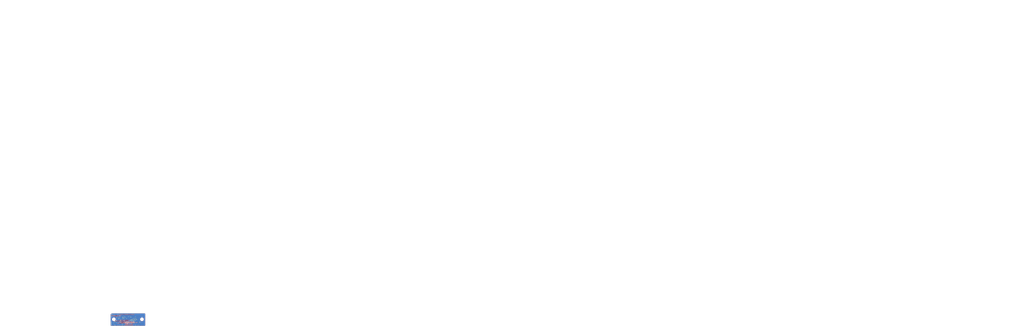
<source format=kicad_pcb>
(kicad_pcb (version 20240108) (generator "pcbnew") (generator_version "8.0")
  (title_block (title "HJCS01_HUB") (date "2024-05-14") (rev "V0.5") (company "Ovobot") (comment 1 "54x20x1.6mm 绿油白字，无铅喷锡"))
  (layers (0 "F.Cu" signal) (31 "B.Cu" signal) (34 "B.Paste" user) (35 "F.Paste" user) (36 "B.SilkS" user "B.Silkscreen") (37 "F.SilkS" user "F.Silkscreen") (38 "B.Mask" user) (39 "F.Mask" user) (44 "Edge.Cuts" user))
  (net 0 "")
  (net 1 "/RED")
  (net 2 "GND")
  (net 3 "/BLUE")
  (net 4 "/WATER_DET_N")
  (net 5 "/WATER_DET_P")
  (net 6 "/SPRAY_BACK")
  (net 7 "+5V")
  (net 8 "/SPEAKER_P")
  (net 9 "/SPEAKER_N")
  (net 10 "/SPRAY_FRONT")
  (net 11 "/START")
  (net 12 "/WATER_COM")
  (net 13 "/LED_RED")
  (net 14 "/LED_BLUE")
  (net 15 "Net-(Q1-B)")
  (net 16 "Net-(Q1-C)")
  (net 17 "Net-(Q2-B)")
  (net 18 "Net-(Q2-C)")
  (footprint "Connector_JST:JST_GH_BM03B-GHS-TBT_1x03-1MP_P1.25mm_Vertical" (layer "F.Cu") (at 135.903 100.476)
    (property "Reference" "J1" (at -2.57 2.433 0) (layer "F.SilkS") (effects (font (size 0.6 0.6))))
    (property "Value" "GH1.25MM/3ASMT")
    (fp_line (start -3.61 0.26) (end -3.61 1.86) (stroke (width 0.12)) (layer "F.SilkS"))
    (fp_line (start -3.61 1.86) (end -1.81 1.86) (stroke (width 0.12)) (layer "F.SilkS"))
    (fp_line (start -2.34 -2.61) (end 2.34 -2.61) (stroke (width 0.12)) (layer "F.SilkS"))
    (fp_line (start -1.81 1.86) (end -1.81 2.8) (stroke (width 0.12)) (layer "F.SilkS"))
    (fp_line (start 3.61 0.26) (end 3.61 1.86) (stroke (width 0.12)) (layer "F.SilkS"))
    (fp_line (start 3.61 1.86) (end 1.81 1.86) (stroke (width 0.12)) (layer "F.SilkS"))
    (pad "1" smd roundrect (at -1.25 1.95) (size 0.6 1.7) (layers "F.Cu" "F.Paste" "F.Mask") (net 11 "/START"))
    (pad "2" smd roundrect (at 0 1.95) (size 0.6 1.7) (layers "F.Cu" "F.Paste" "F.Mask") (net 11 "/START"))
    (pad "3" smd roundrect (at 1.25 1.95) (size 0.6 1.7) (layers "F.Cu" "F.Paste" "F.Mask") (net 2 "GND"))
    (pad "MP" smd roundrect (at -3.1 -1.4) (size 1 2.8) (layers "F.Cu" "F.Paste" "F.Mask") (net 2 "GND"))
    (pad "MP" smd roundrect (at 3.1 -1.4) (size 1 2.8) (layers "F.Cu" "F.Paste" "F.Mask") (net 2 "GND"))
  )
  (footprint "Resistor_SMD:R_0603_1608Metric" (layer "F.Cu") (at 123.693 106.126 -90)
    (property "Reference" "R8" (at -1.875 0.057 180) (layer "F.SilkS") (effects (font (size 0.6 0.6))))
    (property "Value" "10K/1%")
    (fp_line (start -0.237258 0.5225) (end 0.237258 0.5225) (stroke (width 0.12)) (layer "F.SilkS"))
    (fp_line (start -0.237258 -0.5225) (end 0.237258 -0.5225) (stroke (width 0.12)) (layer "F.SilkS"))
    (pad "1" smd roundrect (at -0.825 0 270) (size 0.8 0.95) (layers "F.Cu" "F.Paste" "F.Mask") (net 17 "Net-(Q2-B)"))
    (pad "2" smd roundrect (at 0.825 0 270) (size 0.8 0.95) (layers "F.Cu" "F.Paste" "F.Mask") (net 2 "GND"))
  )
  (footprint "Connector_JST:JST_GH_BM02B-GHS-TBT_1x02-1MP_P1.25mm_Vertical" (layer "F.Cu") (at 154.049 112.51 180)
    (property "Reference" "J3" (at -2.343 2.41 180) (layer "F.SilkS") (effects (font (size 0.6 0.6))))
    (property "Value" "GH1.25MM/2ASMT")
    (fp_line (start 2.985 1.86) (end 1.185 1.86) (stroke (width 0.12)) (layer "F.SilkS"))
    (fp_line (start 2.985 0.26) (end 2.985 1.86) (stroke (width 0.12)) (layer "F.SilkS"))
    (fp_line (start -1.185 1.86) (end -1.185 2.8) (stroke (width 0.12)) (layer "F.SilkS"))
    (fp_line (start -1.715 -2.61) (end 1.715 -2.61) (stroke (width 0.12)) (layer "F.SilkS"))
    (fp_line (start -2.985 1.86) (end -1.185 1.86) (stroke (width 0.12)) (layer "F.SilkS"))
    (fp_line (start -2.985 0.26) (end -2.985 1.86) (stroke (width 0.12)) (layer "F.SilkS"))
    (pad "1" smd roundrect (at -0.625 1.95 180) (size 0.6 1.7) (layers "F.Cu" "F.Paste" "F.Mask") (net 9 "/SPEAKER_N"))
    (pad "2" smd roundrect (at 0.625 1.95 180) (size 0.6 1.7) (layers "F.Cu" "F.Paste" "F.Mask") (net 8 "/SPEAKER_P"))
    (pad "MP" smd roundrect (at -2.475 -1.4 180) (size 1 2.8) (layers "F.Cu" "F.Paste" "F.Mask") (net 2 "GND"))
    (pad "MP" smd roundrect (at 2.475 -1.4 180) (size 1 2.8) (layers "F.Cu" "F.Paste" "F.Mask") (net 2 "GND"))
  )
  (footprint "Resistor_SMD:R_1206_3216Metric" (layer "F.Cu") (at 116.2915 111.002)
    (property "Reference" "R3" (at 1.7875 3.926 0) (layer "F.SilkS") (effects (font (size 0.6 0.6))))
    (property "Value" "120R/250mW")
    (fp_line (start -0.727064 -0.91) (end 0.727064 -0.91) (stroke (width 0.12)) (layer "F.SilkS"))
    (fp_line (start -0.727064 0.91) (end 0.727064 0.91) (stroke (width 0.12)) (layer "F.SilkS"))
    (pad "1" smd roundrect (at -1.4625 0) (size 1.125 1.75) (layers "F.Cu" "F.Paste" "F.Mask") (roundrect_rratio 0.222222) (net 3 "/BLUE"))
    (pad "2" smd roundrect (at 1.4625 0) (size 1.125 1.75) (layers "F.Cu" "F.Paste" "F.Mask") (roundrect_rratio 0.222222) (net 16 "Net-(Q1-C)"))
  )
  (footprint "Package_TO_SOT_SMD:SOT-23" (layer "F.Cu") (at 121.221 106.566 -90)
    (property "Reference" "Q2" (at 1.197 1.013 90) (layer "F.SilkS") (effects (font (size 0.6 0.6))))
    (property "Value" "SS8050")
    (fp_line (start 0 1.56) (end -0.65 1.56) (stroke (width 0.12)) (layer "F.SilkS"))
    (fp_line (start 0 1.56) (end 0.65 1.56) (stroke (width 0.12)) (layer "F.SilkS"))
    (fp_line (start 0 -1.56) (end -1.675 -1.56) (stroke (width 0.12)) (layer "F.SilkS"))
    (fp_line (start 0 -1.56) (end 0.65 -1.56) (stroke (width 0.12)) (layer "F.SilkS"))
    (pad "1" smd roundrect (at -0.9375 -0.95 270) (size 1.475 0.6) (layers "F.Cu" "F.Paste" "F.Mask") (net 17 "Net-(Q2-B)"))
    (pad "2" smd roundrect (at -0.9375 0.95 270) (size 1.475 0.6) (layers "F.Cu" "F.Paste" "F.Mask") (net 2 "GND"))
    (pad "3" smd roundrect (at 0.9375 0 270) (size 1.475 0.6) (layers "F.Cu" "F.Paste" "F.Mask") (net 18 "Net-(Q2-C)"))
  )
  (footprint "Connector_JST:JST_GH_BM04B-GHS-TBT_1x04-1MP_P1.25mm_Vertical" (layer "F.Cu") (at 123.836666 112.51 180)
    (property "Reference" "J2" (at -3.415334 2.41 180) (layer "F.SilkS") (effects (font (size 0.6 0.6))))
    (property "Value" "GH1.25MM/4ASMT")
    (fp_line (start 4.235 1.86) (end 2.435 1.86) (stroke (width 0.12)) (layer "F.SilkS"))
    (fp_line (start 4.235 0.26) (end 4.235 1.86) (stroke (width 0.12)) (layer "F.SilkS"))
    (fp_line (start -2.435 1.86) (end -2.435 2.8) (stroke (width 0.12)) (layer "F.SilkS"))
    (fp_line (start -2.965 -2.61) (end 2.965 -2.61) (stroke (width 0.12)) (layer "F.SilkS"))
    (fp_line (start -4.235 1.86) (end -2.435 1.86) (stroke (width 0.12)) (layer "F.SilkS"))
    (fp_line (start -4.235 0.26) (end -4.235 1.86) (stroke (width 0.12)) (layer "F.SilkS"))
    (pad "1" smd roundrect (at -1.875 1.95 180) (size 0.6 1.7) (layers "F.Cu" "F.Paste" "F.Mask") (net 12 "/WATER_COM"))
    (pad "2" smd roundrect (at -0.625 1.95 180) (size 0.6 1.7) (layers "F.Cu" "F.Paste" "F.Mask") (net 5 "/WATER_DET_P"))
    (pad "3" smd roundrect (at 0.625 1.95 180) (size 0.6 1.7) (layers "F.Cu" "F.Paste" "F.Mask") (net 6 "/SPRAY_BACK"))
    (pad "4" smd roundrect (at 1.875 1.95 180) (size 0.6 1.7) (layers "F.Cu" "F.Paste" "F.Mask") (net 7 "+5V"))
    (pad "MP" smd roundrect (at -3.725 -1.4 180) (size 1 2.8) (layers "F.Cu" "F.Paste" "F.Mask") (net 2 "GND"))
    (pad "MP" smd roundrect (at 3.725 -1.4 180) (size 1 2.8) (layers "F.Cu" "F.Paste" "F.Mask") (net 2 "GND"))
  )
  (footprint "Resistor_SMD:R_1206_3216Metric" (layer "F.Cu") (at 116.2915 113.317)
    (property "Reference" "R6" (at 1.7615 -3.885 0) (layer "F.SilkS") (effects (font (size 0.6 0.6))))
    (property "Value" "120R/250mW")
    (fp_line (start -0.727064 -0.91) (end 0.727064 -0.91) (stroke (width 0.12)) (layer "F.SilkS"))
    (fp_line (start -0.727064 0.91) (end 0.727064 0.91) (stroke (width 0.12)) (layer "F.SilkS"))
    (pad "1" smd roundrect (at -1.4625 0) (size 1.125 1.75) (layers "F.Cu" "F.Paste" "F.Mask") (roundrect_rratio 0.222222) (net 3 "/BLUE"))
    (pad "2" smd roundrect (at 1.4625 0) (size 1.125 1.75) (layers "F.Cu" "F.Paste" "F.Mask") (roundrect_rratio 0.222222) (net 16 "Net-(Q1-C)"))
  )
  (footprint "Resistor_SMD:R_0603_1608Metric" (layer "F.Cu") (at 130.216 106.14 -90)
    (property "Reference" "R2" (at -1.942 0.076 180) (layer "F.SilkS") (effects (font (size 0.6 0.6))))
    (property "Value" "10K/1%")
    (fp_line (start -0.237258 0.5225) (end 0.237258 0.5225) (stroke (width 0.12)) (layer "F.SilkS"))
    (fp_line (start -0.237258 -0.5225) (end 0.237258 -0.5225) (stroke (width 0.12)) (layer "F.SilkS"))
    (pad "1" smd roundrect (at -0.825 0 270) (size 0.8 0.95) (layers "F.Cu" "F.Paste" "F.Mask") (net 15 "Net-(Q1-B)"))
    (pad "2" smd roundrect (at 0.825 0 270) (size 0.8 0.95) (layers "F.Cu" "F.Paste" "F.Mask") (net 2 "GND"))
  )
  (footprint "Connector_JST:JST_GH_BM04B-GHS-TBT_1x04-1MP_P1.25mm_Vertical" (layer "F.Cu") (at 145.914 100.476)
    (property "Reference" "J4" (at -3.359 2.449 0) (layer "F.SilkS") (effects (font (size 0.6 0.6))))
    (property "Value" "GH1.25MM/4ASMT")
    (fp_line (start -4.235 0.26) (end -4.235 1.86) (stroke (width 0.12)) (layer "F.SilkS"))
    (fp_line (start -4.235 1.86) (end -2.435 1.86) (stroke (width 0.12)) (layer "F.SilkS"))
    (fp_line (start -2.965 -2.61) (end 2.965 -2.61) (stroke (width 0.12)) (layer "F.SilkS"))
    (fp_line (start -2.435 1.86) (end -2.435 2.8) (stroke (width 0.12)) (layer "F.SilkS"))
    (fp_line (start 4.235 0.26) (end 4.235 1.86) (stroke (width 0.12)) (layer "F.SilkS"))
    (fp_line (start 4.235 1.86) (end 2.435 1.86) (stroke (width 0.12)) (layer "F.SilkS"))
    (pad "1" smd roundrect (at -1.875 1.95) (size 0.6 1.7) (layers "F.Cu" "F.Paste" "F.Mask") (net 12 "/WATER_COM"))
    (pad "2" smd roundrect (at -0.625 1.95) (size 0.6 1.7) (layers "F.Cu" "F.Paste" "F.Mask") (net 4 "/WATER_DET_N"))
    (pad "3" smd roundrect (at 0.625 1.95) (size 0.6 1.7) (layers "F.Cu" "F.Paste" "F.Mask") (net 10 "/SPRAY_FRONT"))
    (pad "4" smd roundrect (at 1.875 1.95) (size 0.6 1.7) (layers "F.Cu" "F.Paste" "F.Mask") (net 7 "+5V"))
    (pad "MP" smd roundrect (at -3.725 -1.4) (size 1 2.8) (layers "F.Cu" "F.Paste" "F.Mask") (net 2 "GND"))
    (pad "MP" smd roundrect (at 3.725 -1.4) (size 1 2.8) (layers "F.Cu" "F.Paste" "F.Mask") (net 2 "GND"))
  )
  (footprint "Connector_JST:JST_GH_BM11B-GHS-TBT_1x11-1MP_P1.25mm_Vertical" (layer "F.Cu") (at 139.124165 112.51 180)
    (property "Reference" "J5" (at -7.675835 2.41 0) (layer "F.SilkS") (effects (font (size 0.6 0.6))))
    (property "Value" "GH1.25MM/11ASMT")
    (fp_line (start 8.61 1.86) (end 6.81 1.86) (stroke (width 0.12)) (layer "F.SilkS"))
    (fp_line (start 8.61 0.26) (end 8.61 1.86) (stroke (width 0.12)) (layer "F.SilkS"))
    (fp_line (start -6.81 1.86) (end -6.81 2.8) (stroke (width 0.12)) (layer "F.SilkS"))
    (fp_line (start -7.34 -2.61) (end 7.34 -2.61) (stroke (width 0.12)) (layer "F.SilkS"))
    (fp_line (start -8.61 1.86) (end -6.81 1.86) (stroke (width 0.12)) (layer "F.SilkS"))
    (fp_line (start -8.61 0.26) (end -8.61 1.86) (stroke (width 0.12)) (layer "F.SilkS"))
    (pad "1" smd roundrect (at -6.25 1.95 180) (size 0.6 1.7) (layers "F.Cu" "F.Paste" "F.Mask") (net 8 "/SPEAKER_P"))
    (pad "2" smd roundrect (at -5 1.95 180) (size 0.6 1.7) (layers "F.Cu" "F.Paste" "F.Mask") (net 9 "/SPEAKER_N"))
    (pad "3" smd roundrect (at -3.75 1.95 180) (size 0.6 1.7) (layers "F.Cu" "F.Paste" "F.Mask") (net 11 "/START"))
    (pad "4" smd roundrect (at -2.5 1.95 180) (size 0.6 1.7) (layers "F.Cu" "F.Paste" "F.Mask") (net 2 "GND"))
    (pad "5" smd roundrect (at -1.25 1.95 180) (size 0.6 1.7) (layers "F.Cu" "F.Paste" "F.Mask") (net 13 "/LED_RED"))
    (pad "6" smd roundrect (at 0 1.95 180) (size 0.6 1.7) (layers "F.Cu" "F.Paste" "F.Mask") (net 14 "/LED_BLUE"))
    (pad "7" smd roundrect (at 1.25 1.95 180) (size 0.6 1.7) (layers "F.Cu" "F.Paste" "F.Mask") (net 4 "/WATER_DET_N"))
    (pad "8" smd roundrect (at 2.5 1.95 180) (size 0.6 1.7) (layers "F.Cu" "F.Paste" "F.Mask") (net 5 "/WATER_DET_P"))
    (pad "9" smd roundrect (at 3.75 1.95 180) (size 0.6 1.7) (layers "F.Cu" "F.Paste" "F.Mask") (net 6 "/SPRAY_BACK"))
    (pad "10" smd roundrect (at 5 1.95 180) (size 0.6 1.7) (layers "F.Cu" "F.Paste" "F.Mask") (net 10 "/SPRAY_FRONT"))
    (pad "11" smd roundrect (at 6.25 1.95 180) (size 0.6 1.7) (layers "F.Cu" "F.Paste" "F.Mask") (net 7 "+5V"))
    (pad "MP" smd roundrect (at -8.1 -1.4 180) (size 1 2.8) (layers "F.Cu" "F.Paste" "F.Mask") (net 2 "GND"))
    (pad "MP" smd roundrect (at 8.1 -1.4 180) (size 1 2.8) (layers "F.Cu" "F.Paste" "F.Mask") (net 2 "GND"))
  )
  (footprint "Resistor_SMD:R_1206_3216Metric" (layer "F.Cu") (at 116.296 98.278)
    (property "Reference" "R9" (at -2.959 0.013 0) (layer "F.SilkS") (effects (font (size 0.6 0.6))))
    (property "Value" "120R/250mW")
    (fp_line (start -0.727064 -0.91) (end 0.727064 -0.91) (stroke (width 0.12)) (layer "F.SilkS"))
    (fp_line (start -0.727064 0.91) (end 0.727064 0.91) (stroke (width 0.12)) (layer "F.SilkS"))
    (pad "1" smd roundrect (at -1.4625 0) (size 1.125 1.75) (layers "F.Cu" "F.Paste" "F.Mask") (roundrect_rratio 0.222222) (net 1 "/RED"))
    (pad "2" smd roundrect (at 1.4625 0) (size 1.125 1.75) (layers "F.Cu" "F.Paste" "F.Mask") (roundrect_rratio 0.222222) (net 18 "Net-(Q2-C)"))
  )
  (footprint "Package_TO_SOT_SMD:SOT-23" (layer "F.Cu") (at 127.731 106.5695 -90)
    (property "Reference" "Q1" (at 1.1935 1.089 -90) (layer "F.SilkS") (effects (font (size 0.6 0.6))))
    (property "Value" "SS8050")
    (fp_line (start 0 1.56) (end -0.65 1.56) (stroke (width 0.12)) (layer "F.SilkS"))
    (fp_line (start 0 1.56) (end 0.65 1.56) (stroke (width 0.12)) (layer "F.SilkS"))
    (fp_line (start 0 -1.56) (end -1.675 -1.56) (stroke (width 0.12)) (layer "F.SilkS"))
    (fp_line (start 0 -1.56) (end 0.65 -1.56) (stroke (width 0.12)) (layer "F.SilkS"))
    (pad "1" smd roundrect (at -0.9375 -0.95 270) (size 1.475 0.6) (layers "F.Cu" "F.Paste" "F.Mask") (net 15 "Net-(Q1-B)"))
    (pad "2" smd roundrect (at -0.9375 0.95 270) (size 1.475 0.6) (layers "F.Cu" "F.Paste" "F.Mask") (net 2 "GND"))
    (pad "3" smd roundrect (at 0.9375 0 270) (size 1.475 0.6) (layers "F.Cu" "F.Paste" "F.Mask") (net 16 "Net-(Q1-C)"))
  )
  (footprint "Resistor_SMD:R_1206_3216Metric" (layer "F.Cu") (at 116.296 100.603)
    (property "Reference" "R10" (at -3.222 0.265 0) (layer "F.SilkS") (effects (font (size 0.6 0.6))))
    (property "Value" "120R/250mW")
    (fp_line (start -0.727064 -0.91) (end 0.727064 -0.91) (stroke (width 0.12)) (layer "F.SilkS"))
    (fp_line (start -0.727064 0.91) (end 0.727064 0.91) (stroke (width 0.12)) (layer "F.SilkS"))
    (pad "1" smd roundrect (at -1.4625 0) (size 1.125 1.75) (layers "F.Cu" "F.Paste" "F.Mask") (roundrect_rratio 0.222222) (net 1 "/RED"))
    (pad "2" smd roundrect (at 1.4625 0) (size 1.125 1.75) (layers "F.Cu" "F.Paste" "F.Mask") (roundrect_rratio 0.222222) (net 18 "Net-(Q2-C)"))
  )
  (footprint "Connector_JST:JST_GH_BM06B-GHS-TBT_1x06-1MP_P1.25mm_Vertical" (layer "F.Cu") (at 125.2974 100.4628)
    (property "Reference" "J7" (at -4.7998 2.585 0) (layer "F.SilkS") (effects (font (size 0.6 0.6))))
    (property "Value" "GH1.25MM/6ASMT")
    (fp_line (start -5.485 0.26) (end -5.485 1.86) (stroke (width 0.12)) (layer "F.SilkS"))
    (fp_line (start -5.485 1.86) (end -3.685 1.86) (stroke (width 0.12)) (layer "F.SilkS"))
    (fp_line (start -4.215 -2.61) (end 4.215 -2.61) (stroke (width 0.12)) (layer "F.SilkS"))
    (fp_line (start -3.685 1.86) (end -3.685 2.8) (stroke (width 0.12)) (layer "F.SilkS"))
    (fp_line (start 5.485 0.26) (end 5.485 1.86) (stroke (width 0.12)) (layer "F.SilkS"))
    (fp_line (start 5.485 1.86) (end 3.685 1.86) (stroke (width 0.12)) (layer "F.SilkS"))
    (pad "1" smd roundrect (at -3.125 1.95) (size 0.6 1.7) (layers "F.Cu" "F.Paste" "F.Mask") (net 3 "/BLUE"))
    (pad "2" smd roundrect (at -1.875 1.95) (size 0.6 1.7) (layers "F.Cu" "F.Paste" "F.Mask") (net 1 "/RED"))
    (pad "3" smd roundrect (at -0.625 1.95) (size 0.6 1.7) (layers "F.Cu" "F.Paste" "F.Mask") (net 7 "+5V"))
    (pad "4" smd roundrect (at 0.625 1.95) (size 0.6 1.7) (layers "F.Cu" "F.Paste" "F.Mask") (net 3 "/BLUE"))
    (pad "5" smd roundrect (at 1.875 1.95) (size 0.6 1.7) (layers "F.Cu" "F.Paste" "F.Mask") (net 1 "/RED"))
    (pad "6" smd roundrect (at 3.125 1.95) (size 0.6 1.7) (layers "F.Cu" "F.Paste" "F.Mask") (net 7 "+5V"))
    (pad "MP" smd roundrect (at -4.975 -1.4) (size 1 2.8) (layers "F.Cu" "F.Paste" "F.Mask") (net 2 "GND"))
    (pad "MP" smd roundrect (at 4.975 -1.4) (size 1 2.8) (layers "F.Cu" "F.Paste" "F.Mask") (net 2 "GND"))
  )
  (footprint "Resistor_SMD:R_0603_1608Metric" (layer "F.Cu") (at 125.228 106.126 90)
    (property "Reference" "R7" (at 1.91 0.039 180) (layer "F.SilkS") (effects (font (size 0.6 0.6))))
    (property "Value" "1K")
    (fp_line (start -0.237258 -0.5225) (end 0.237258 -0.5225) (stroke (width 0.12)) (layer "F.SilkS"))
    (fp_line (start -0.237258 0.5225) (end 0.237258 0.5225) (stroke (width 0.12)) (layer "F.SilkS"))
    (pad "1" smd roundrect (at -0.825 0 90) (size 0.8 0.95) (layers "F.Cu" "F.Paste" "F.Mask") (net 13 "/LED_RED"))
    (pad "2" smd roundrect (at 0.825 0 90) (size 0.8 0.95) (layers "F.Cu" "F.Paste" "F.Mask") (net 17 "Net-(Q2-B)"))
  )
  (footprint "Resistor_SMD:R_0603_1608Metric" (layer "F.Cu") (at 131.749 106.14 90)
    (property "Reference" "R1" (at 1.924 0.022 180) (layer "F.SilkS") (effects (font (size 0.6 0.6))))
    (property "Value" "1K")
    (fp_line (start -0.237258 -0.5225) (end 0.237258 -0.5225) (stroke (width 0.12)) (layer "F.SilkS"))
    (fp_line (start -0.237258 0.5225) (end 0.237258 0.5225) (stroke (width 0.12)) (layer "F.SilkS"))
    (pad "1" smd roundrect (at -0.825 0 90) (size 0.8 0.95) (layers "F.Cu" "F.Paste" "F.Mask") (net 14 "/LED_BLUE"))
    (pad "2" smd roundrect (at 0.825 0 90) (size 0.8 0.95) (layers "F.Cu" "F.Paste" "F.Mask") (net 15 "Net-(Q1-B)"))
  )
  (footprint "TestPoint:TestPoint_Pad_D1.0mm" (layer "B.Cu") (at 138.572 114.517 90)
    (property "Reference" "TP9" (at 3.547 0 90) (layer "B.SilkS") (effects (font (size 0.6 0.6)) (justify mirror)))
    (property "Value" "WATER1_DET_N")
    (fp_circle (center 0 0) (end 0 -0.7) (stroke (width 0.12)) (fill none) (layer "B.SilkS"))
    (pad "1" smd circle (at 0 0 90) (size 1 1) (layers "B.Cu" "B.Mask") (net 4 "/WATER_DET_N"))
  )
  (footprint "TestPoint:TestPoint_Pad_D1.0mm" (layer "B.Cu") (at 143.768 112.609 90)
    (property "Reference" "TP10" (at 2.262 -0.008 90) (layer "B.SilkS") (effects (font (size 0.6 0.6)) (justify mirror)))
    (property "Value" "SPEAKER_N")
    (fp_circle (center 0 0) (end 0 -0.7) (stroke (width 0.12)) (fill none) (layer "B.SilkS"))
    (pad "1" smd circle (at 0 0 90) (size 1 1) (layers "B.Cu" "B.Mask") (net 9 "/SPEAKER_N"))
  )
  (footprint "TestPoint:TestPoint_Pad_D1.0mm" (layer "B.Cu") (at 139.648 112.609 90)
    (property "Reference" "TP13" (at 2.262 0.014499 90) (layer "B.SilkS") (effects (font (size 0.6 0.6)) (justify mirror)))
    (property "Value" "GREEN")
    (fp_circle (center 0 0) (end 0 -0.7) (stroke (width 0.12)) (fill none) (layer "B.SilkS"))
    (pad "1" smd circle (at 0 0 90) (size 1 1) (layers "B.Cu" "B.Mask") (net 14 "/LED_BLUE"))
  )
  (footprint "TestPoint:TestPoint_Pad_D1.0mm" (layer "B.Cu") (at 140.643 114.517 90)
    (property "Reference" "TP5" (at 3.547 0.014499 90) (layer "B.SilkS") (effects (font (size 0.6 0.6)) (justify mirror)))
    (property "Value" "RED")
    (fp_circle (center 0 0) (end 0 -0.7) (stroke (width 0.12)) (fill none) (layer "B.SilkS"))
    (pad "1" smd circle (at 0 0 90) (size 1 1) (layers "B.Cu" "B.Mask") (net 13 "/LED_RED"))
  )
  (footprint "TestPoint:TestPoint_Pad_D1.0mm" (layer "B.Cu") (at 135.528 112.609 90)
    (property "Reference" "TP2" (at 1.976286 0.014499 90) (layer "B.SilkS") (effects (font (size 0.6 0.6)) (justify mirror)))
    (property "Value" "SPRAY_FRONT")
    (fp_circle (center 0 0) (end 0 -0.7) (stroke (width 0.12)) (fill none) (layer "B.SilkS"))
    (pad "1" smd circle (at 0 0 90) (size 1 1) (layers "B.Cu" "B.Mask") (net 10 "/SPRAY_FRONT"))
  )
  (footprint "TestPoint:TestPoint_Pad_D1.0mm" (layer "B.Cu") (at 137.588 112.609 90)
    (property "Reference" "TP7" (at 1.976286 0.014499 90) (layer "B.SilkS") (effects (font (size 0.6 0.6)) (justify mirror)))
    (property "Value" "WATER1_DET_P")
    (fp_circle (center 0 0) (end 0 -0.7) (stroke (width 0.12)) (fill none) (layer "B.SilkS"))
    (pad "1" smd circle (at 0 0 90) (size 1 1) (layers "B.Cu" "B.Mask") (net 5 "/WATER_DET_P"))
  )
  (footprint "TestPoint:TestPoint_Pad_D1.0mm" (layer "B.Cu") (at 136.501 114.517 90)
    (property "Reference" "TP4" (at 3.547 0 90) (layer "B.SilkS") (effects (font (size 0.6 0.6)) (justify mirror)))
    (property "Value" "SPRAY_BACK")
    (fp_circle (center 0 0) (end 0 -0.7) (stroke (width 0.12)) (fill none) (layer "B.SilkS"))
    (pad "1" smd circle (at 0 0 90) (size 1 1) (layers "B.Cu" "B.Mask") (net 6 "/SPRAY_BACK"))
  )
  (footprint "TestPoint:TestPoint_Pad_D1.0mm" (layer "B.Cu") (at 134.43 114.517 90)
    (property "Reference" "TP1" (at 3.547 0 90) (layer "B.SilkS") (effects (font (size 0.6 0.6)) (justify mirror)))
    (property "Value" "5V")
    (fp_circle (center 0 0) (end 0 -0.7) (stroke (width 0.12)) (fill none) (layer "B.SilkS"))
    (pad "1" smd circle (at 0 0 90) (size 1 1) (layers "B.Cu" "B.Mask") (net 7 "+5V"))
  )
  (footprint "TestPoint:TestPoint_Pad_D1.0mm" (layer "B.Cu") (at 142.714 114.517 90)
    (property "Reference" "TP12" (at 3.709 0.006 90) (layer "B.SilkS") (effects (font (size 0.6 0.6)) (justify mirror)))
    (property "Value" "START")
    (fp_circle (center 0 0) (end 0 -0.7) (stroke (width 0.12)) (fill none) (layer "B.SilkS"))
    (pad "1" smd circle (at 0 0 90) (size 1 1) (layers "B.Cu" "B.Mask") (net 11 "/START"))
  )
  (footprint "TestPoint:TestPoint_Pad_D1.0mm" (layer "B.Cu") (at 144.785 114.517 90)
    (property "Reference" "TP8" (at 3.547 0.014499 90) (layer "B.SilkS") (effects (font (size 0.6 0.6)) (justify mirror)))
    (property "Value" "SPEAKER_P")
    (fp_circle (center 0 0) (end 0 -0.7) (stroke (width 0.12)) (fill none) (layer "B.SilkS"))
    (pad "1" smd circle (at 0 0 90) (size 1 1) (layers "B.Cu" "B.Mask") (net 8 "/SPEAKER_P"))
  )
  (footprint "TestPoint:TestPoint_Pad_D1.0mm" (layer "B.Cu") (at 141.708 112.609 90)
    (property "Reference" "TP6" (at 1.976286 -0.008 90) (layer "B.SilkS") (effects (font (size 0.6 0.6)) (justify mirror)))
    (property "Value" "GND")
    (fp_circle (center 0 0) (end 0 -0.7) (stroke (width 0.12)) (fill none) (layer "B.SilkS"))
    (pad "1" smd circle (at 0 0 90) (size 1 1) (layers "B.Cu" "B.Mask") (net 2 "GND"))
  )
  (gr_line (start 111.235043 115.070026) (end 111.235043 99.469026) (stroke (width 0.2)) (layer "Edge.Cuts"))
  (gr_line (start 164.74085 97.813805) (end 164.736714 115.084616) (stroke (width 0.2)) (layer "Edge.Cuts"))
  (gr_arc (start 111.235043 99.469026) (mid 111.989417 97.552192) (end 113.91285 96.814805) (stroke (width 0.2)) (layer "Edge.Cuts"))
  (gr_arc (start 163.752206 96.814805) (mid 164.455609 97.107391) (end 164.74085 97.813805) (stroke (width 0.2)) (layer "Edge.Cuts"))
  (gr_line (start 163.743808 116.073805) (end 112.232119 116.077152) (stroke (width 0.2)) (layer "Edge.Cuts"))
  (gr_arc (start 112.232119 116.077152) (mid 111.523541 115.781533) (end 111.235043 115.070026) (stroke (width 0.2)) (layer "Edge.Cuts"))
  (gr_circle (center 116.235774 105.937) (end 117.835774 105.937) (stroke (width 0.2)) (fill none) (layer "Edge.Cuts"))
  (gr_line (start 113.91285 96.814805) (end 163.752206 96.814805) (stroke (width 0.2)) (layer "Edge.Cuts"))
  (gr_circle (center 159.734926 105.937) (end 161.334926 105.937) (stroke (width 0.2)) (fill none) (layer "Edge.Cuts"))
  (gr_arc (start 164.736714 115.084616) (mid 164.444806 115.784524) (end 163.743808 116.073805) (stroke (width 0.2)) (layer "Edge.Cuts"))
  (gr_text "后水泵/水量检测\n" (at 112.741 115.875 90) (layer "F.SilkS") (effects (font (size 1 1)) (justify left bottom)))
  (gr_text "喇叭" (at 150.404 115.796 90) (layer "F.SilkS") (effects (font (size 1 1)) (justify left bottom)))
  (gr_text "氛围灯" (at 128.856 103.62 0) (layer "F.SilkS") (effects (font (size 1 1)) (justify left bottom)))
  (gr_text "按键" (at 135.002 104.958 0) (layer "F.SilkS") (effects (font (size 1 1)) (justify left bottom)))
  (gr_text "前水泵/水量检测\n" (at 151.299 103.958 180) (layer "F.SilkS") (effects (font (size 1 1)) (justify left bottom)))
  (gr_text "主板集成座" (at 129.899 115.832 90) (layer "F.SilkS") (effects (font (size 1 1)) (justify left bottom)))
  (gr_text "HJCS01_HUB ${REVISION}\n${ISSUE_DATE}" (at 141.392 108.345 0) (layer "F.SilkS") (effects (font (size 0.8 0.8)) (justify left bottom)))
  (segment (start 126.985 100.373) (end 127.1724 100.5604) (width 0.5) (layer "F.Cu") (net 1))
  (segment (start 114.8335 100.603) (end 114.8335 98.278) (width 0.5) (layer "F.Cu") (net 1))
  (segment (start 116.208 100.767) (end 116.215 100.774) (width 0.254) (layer "F.Cu") (net 1))
  (segment (start 114.8335 100.603) (end 114.9975 100.767) (width 0.5) (layer "F.Cu") (net 1))
  (segment (start 127.1724 100.5604) (end 127.1724 102.4128) (width 0.5) (layer "F.Cu") (net 1))
  (segment (start 123.4224 102.4128) (end 123.4224 101.1424) (width 0.5) (layer "F.Cu") (net 1))
  (segment (start 114.9975 100.767) (end 116.208 100.767) (width 0.5) (layer "F.Cu") (net 1))
  (segment (start 123.4224 101.1424) (end 123.054 100.774) (width 0.5) (layer "F.Cu") (net 1))
  (via (at 123.054 100.774) (size 0.6096) (drill 0.3048) (layers "F.Cu" "B.Cu") (net 1))
  (via (at 116.215 100.774) (size 0.6096) (drill 0.3048) (layers "F.Cu" "B.Cu") (net 1))
  (via (at 126.985 100.373) (size 0.6096) (drill 0.3048) (layers "F.Cu" "B.Cu") (net 1))
  (segment (start 116.215 100.774) (end 123.054 100.774) (width 0.5) (layer "B.Cu") (net 1))
  (segment (start 123.054 100.774) (end 126.584 100.774) (width 0.5) (layer "B.Cu") (net 1))
  (segment (start 126.584 100.774) (end 126.985 100.373) (width 0.5) (layer "B.Cu") (net 1))
  (via (at 141.725 103.774) (size 0.6096) (drill 0.3048) (layers "F.Cu" "B.Cu") (net 2))
  (via (at 160 102.5) (size 0.6096) (drill 0.3048) (layers "F.Cu" "B.Cu") (net 2))
  (via (at 135.476 115.544) (size 0.6096) (drill 0.3048) (layers "F.Cu" "B.Cu") (net 2))
  (via (at 157.5 97.5) (size 0.6096) (drill 0.3048) (layers "F.Cu" "B.Cu") (net 2))
  (via (at 129.49 112.975) (size 0.6096) (drill 0.3048) (layers "F.Cu" "B.Cu") (net 2))
  (via (at 145.255 97.71) (size 0.6096) (drill 0.3048) (layers "F.Cu" "B.Cu") (net 2))
  (via (at 144.15 100.129) (size 0.6096) (drill 0.3048) (layers "F.Cu" "B.Cu") (net 2))
  (via (at 152.5 107.5) (size 0.6096) (drill 0.3048) (layers "F.Cu" "B.Cu") (net 2))
  (via (at 127.755 105.56) (size 0.6096) (drill 0.3048) (layers "F.Cu" "B.Cu") (net 2))
  (via (at 159.455 115.066) (size 0.6096) (drill 0.3048) (layers "F.Cu" "B.Cu") (net 2))
  (via (at 139 106) (size 0.6096) (drill 0.3048) (layers "F.Cu" "B.Cu") (net 2))
  (via (at 139.7452 115.544) (size 0.6096) (drill 0.3048) (layers "F.Cu" "B.Cu") (net 2))
  (via (at 113.055 97.934) (size 0.6096) (drill 0.3048) (layers "F.Cu" "B.Cu") (net 2))
  (via (at 117.499 114.895) (size 0.6096) (drill 0.3048) (layers "F.Cu" "B.Cu") (net 2))
  (via (at 146.149 114.2435) (size 0.6096) (drill 0.3048) (layers "F.Cu" "B.Cu") (net 2))
  (via (at 146.149 113.098) (size 0.6096) (drill 0.3048) (layers "F.Cu" "B.Cu") (net 2))
  (via (at 162.322 112.8965) (size 0.6096) (drill 0.3048) (layers "F.Cu" "B.Cu") (net 2))
  (via (at 116.394 97.934) (size 0.6096) (drill 0.3048) (layers "F.Cu" "B.Cu") (net 2))
  (via (at 159.455 112.8965) (size 0.6096) (drill 0.3048) (layers "F.Cu" "B.Cu") (net 2))
  (via (at 155 97.5) (size 0.6096) (drill 0.3048) (layers "F.Cu" "B.Cu") (net 2))
  (via (at 141.122 111.853) (size 0.6096) (drill 0.3048) (layers "F.Cu" "B.Cu") (net 2))
  (via (at 143.742 113.835) (size 0.6096) (drill 0.3048) (layers "F.Cu" "B.Cu") (net 2))
  (via (at 139.161 101.739) (size 0.6096) (drill 0.3048) (layers "F.Cu" "B.Cu") (net 2))
  (via (at 157.5 100) (size 0.6096) (drill 0.3048) (layers "F.Cu" "B.Cu") (net 2))
  (via (at 138.596 113.261) (size 0.6096) (drill 0.3048) (layers "F.Cu" "B.Cu") (net 2))
  (via (at 120.628 102.115) (size 0.6096) (drill 0.3048) (layers "F.Cu" "B.Cu") (net 2))
  (via (at 113.896 102.509) (size 0.6096) (drill 0.3048) (layers "F.Cu" "B.Cu") (net 2))
  (via (at 112.134 110.556) (size 0.6096) (drill 0.3048) (layers "F.Cu" "B.Cu") (net 2))
  (via (at 124.809 103.877) (size 0.6096) (drill 0.3048) (layers "F.Cu" "B.Cu") (net 2))
  (via (at 162.322 115.066) (size 0.6096) (drill 0.3048) (layers "F.Cu" "B.Cu") (net 2))
  (via (at 125.572 114.08) (size 0.6096) (drill 0.3048) (layers "F.Cu" "B.Cu") (net 2))
  (via (at 125.8085 97.71) (size 0.6096) (drill 0.3048) (layers "F.Cu" "B.Cu") (net 2))
  (via (at 152.5 105) (size 0.6096) (drill 0.3048) (layers "F.Cu" "B.Cu") (net 2))
  (via (at 121.549 114.08) (size 0.6096) (drill 0.3048) (layers "F.Cu" "B.Cu") (net 2))
  (via (at 157.5 102.5) (size 0.6096) (drill 0.3048) (layers "F.Cu" "B.Cu") (net 2))
  (via (at 142.223 111.794) (size 0.6096) (drill 0.3048) (layers "F.Cu" "B.Cu") (net 2))
  (via (at 117.657 102.509) (size 0.6096) (drill 0.3048) (layers "F.Cu" "B.Cu") (net 2))
  (via (at 149.811 105) (size 0.6096) (drill 0.3048) (layers "F.Cu" "B.Cu") (net 2))
  (via (at 112.134 112.7255) (size 0.6096) (drill 0.3048) (layers "F.Cu" "B.Cu") (net 2))
  (via (at 137.45 97.703) (size 0.6096) (drill 0.3048) (layers "F.Cu" "B.Cu") (net 2))
  (via (at 120.286 111.713) (size 0.6096) (drill 0.3048) (layers "F.Cu" "B.Cu") (net 2))
  (via (at 112.134 114.895) (size 0.6096) (drill 0.3048) (layers "F.Cu" "B.Cu") (net 2))
  (via (at 129.49 114.816) (size 0.6096) (drill 0.3048) (layers "F.Cu" "B.Cu") (net 2))
  (via (at 146.517 100.051) (size 0.6096) (drill 0.3048) (layers "F.Cu" "B.Cu") (net 2))
  (via (at 152.5 97.5) (size 0.6096) (drill 0.3048) (layers "F.Cu" "B.Cu") (net 2))
  (via (at 160 100) (size 0.6096) (drill 0.3048) (layers "F.Cu" "B.Cu") (net 2))
  (via (at 122.837 103.877) (size 0.6096) (drill 0.3048) (layers "F.Cu" "B.Cu") (net 2))
  (via (at 153.933 114.014) (size 0.6096) (drill 0.3048) (layers "F.Cu" "B.Cu") (net 2))
  (via (at 162.5 100) (size 0.6096) (drill 0.3048) (layers "F.Cu" "B.Cu") (net 2))
  (via (at 162.322 110.727) (size 0.6096) (drill 0.3048) (layers "F.Cu" "B.Cu") (net 2))
  (via (at 152.5 102.5) (size 0.6096) (drill 0.3048) (layers "F.Cu" "B.Cu") (net 2))
  (via (at 148.963 114.014) (size 0.6096) (drill 0.3048) (layers "F.Cu" "B.Cu") (net 2))
  (via (at 137 106) (size 0.6096) (drill 0.3048) (layers "F.Cu" "B.Cu") (net 2))
  (via (at 141.8798 115.544) (size 0.6096) (drill 0.3048) (layers "F.Cu" "B.Cu") (net 2))
  (via (at 155 107.5) (size 0.6096) (drill 0.3048) (layers "F.Cu" "B.Cu") (net 2))
  (via (at 135 106) (size 0.6096) (drill 0.3048) (layers "F.Cu" "B.Cu") (net 2))
  (via (at 114.8165 114.895) (size 0.6096) (drill 0.3048) (layers "F.Cu" "B.Cu") (net 2))
  (via (at 116.131 111.029) (size 0.6096) (drill 0.3048) (layers "F.Cu" "B.Cu") (net 2))
  (via (at 127.281 103.877) (size 0.6096) (drill 0.3048) (layers "F.Cu" "B.Cu") (net 2))
  (via (at 140.478 97.604) (size 0.6096) (drill 0.3048) (layers "F.Cu" "B.Cu") (net 2))
  (via (at 115.79 102.509) (size 0.6096) (drill 0.3048) (layers "F.Cu" "B.Cu") (net 2))
  (via (at 139.57 113.814) (size 0.6096) (drill 0.3048) (layers "F.Cu" "B.Cu") (net 2))
  (via (at 129.043 97.71) (size 0.6096) (drill 0.3048) (layers "F.Cu" "B.Cu") (net 2))
  (via (at 146.149 115.544) (size 0.6096) (drill 0.3048) (layers "F.Cu" "B.Cu") (net 2))
  (via (at 123.5605 114.08) (size 0.6096) (drill 0.3048) (layers "F.Cu" "B.Cu") (net 2))
  (via (at 144.18 106.609) (size 0.6096) (drill 0.3048) (layers "F.Cu" "B.Cu") (net 2))
  (via (at 159.455 110.727) (size 0.6096) (drill 0.3048) (layers "F.Cu" "B.Cu") (net 2))
  (via (at 129.937 101.563) (size 0.6096) (drill 0.3048) (layers "F.Cu" "B.Cu") (net 2))
  (via (at 137.6106 115.544) (size 0.6096) (drill 0.3048) (layers "F.Cu" "B.Cu") (net 2))
  (via (at 140.491 100.168) (size 0.6096) (drill 0.3048) (layers "F.Cu" "B.Cu") (net 2))
  (via (at 116.131 113.238) (size 0.6096) (drill 0.3048) (layers "F.Cu" "B.Cu") (net 2))
  (via (at 130.516 103.403) (size 0.6096) (drill 0.3048) (layers "F.Cu" "B.Cu") (net 2))
  (via (at 155 100) (size 0.6096) (drill 0.3048) (layers "F.Cu" "B.Cu") (net 2))
  (via (at 152.5 100) (size 0.6096) (drill 0.3048) (layers "F.Cu" "B.Cu") (net 2))
  (via (at 133.348 101.195) (size 0.6096) (drill 0.3048) (layers "F.Cu" "B.Cu") (net 2))
  (via (at 140.653 102.445) (size 0.6096) (drill 0.3048) (layers "F.Cu" "B.Cu") (net 2))
  (via (at 141.638 113.94) (size 0.6096) (drill 0.3048) (layers "F.Cu" "B.Cu") (net 2))
  (via (at 155 105) (size 0.6096) (drill 0.3048) (layers "F.Cu" "B.Cu") (net 2))
  (via (at 144.591 108.45) (size 0.6096) (drill 0.3048) (layers "F.Cu" "B.Cu") (net 2))
  (via (at 120.286 110.504) (size 0.6096) (drill 0.3048) (layers "F.Cu" "B.Cu") (net 2))
  (via (at 162.5 97.5) (size 0.6096) (drill 0.3048) (layers "F.Cu" "B.Cu") (net 2))
  (via (at 141.392 108.345) (size 0.6096) (drill 0.3048) (layers "F.Cu" "B.Cu") (net 2))
  (via (at 156.694 110.385) (size 0.6096) (drill 0.3048) (layers "F.Cu" "B.Cu") (net 2))
  (via (at 160 97.5) (size 0.6096) (drill 0.3048) (layers "F.Cu" "B.Cu") (net 2))
  (via (at 144.0144 115.544) (size 0.6096) (drill 0.3048) (layers "F.Cu" "B.Cu") (net 2))
  (via (at 150 107.5) (size 0.6096) (drill 0.3048) (layers "F.Cu" "B.Cu") (net 2))
  (via (at 155 102.5) (size 0.6096) (drill 0.3048) (layers "F.Cu" "B.Cu") (net 2))
  (via (at 162.5 102.5) (size 0.6096) (drill 0.3048) (layers "F.Cu" "B.Cu") (net 2))
  (via (at 137.56 100.325) (size 0.6096) (drill 0.3048) (layers "F.Cu" "B.Cu") (net 2))
  (via (at 142.878 105.063) (size 0.6096) (drill 0.3048) (layers "F.Cu" "B.Cu") (net 2))
  (via (at 122.574 97.71) (size 0.6096) (drill 0.3048) (layers "F.Cu" "B.Cu") (net 2))
  (segment (start 112.41 107.86) (end 112.41 100.409) (width 0.5) (layer "F.Cu") (net 3))
  (segment (start 114.829 111.002) (end 114.829 110.279) (width 0.5) (layer "F.Cu") (net 3))
  (segment (start 122.1724 100.3236) (end 122.48 100.016) (width 0.5) (layer "F.Cu") (net 3))
  (segment (start 114.829 113.317) (end 114.829 111.002) (width 0.5) (layer "F.Cu") (net 3))
  (segment (start 122.1724 102.4128) (end 122.1724 100.3236) (width 0.5) (layer "F.Cu") (net 3))
  (segment (start 112.41 100.409) (end 112.788 100.031) (width 0.5) (layer "F.Cu") (net 3))
  (segment (start 114.829 110.279) (end 112.41 107.86) (width 0.5) (layer "F.Cu") (net 3))
  (segment (start 125.669 99.541) (end 125.9224 99.7944) (width 0.5) (layer "F.Cu") (net 3))
  (segment (start 125.9224 99.7944) (end 125.9224 102.4128) (width 0.5) (layer "F.Cu") (net 3))
  (via (at 112.788 100.031) (size 0.6096) (drill 0.3048) (layers "F.Cu" "B.Cu") (net 3))
  (via (at 122.48 100.016) (size 0.6096) (drill 0.3048) (layers "F.Cu" "B.Cu") (net 3))
  (via (at 125.669 99.541) (size 0.6096) (drill 0.3048) (layers "F.Cu" "B.Cu") (net 3))
  (segment (start 122.48 100.016) (end 112.803 100.016) (width 0.5) (layer "B.Cu") (net 3))
  (segment (start 125.194 100.016) (end 122.48 100.016) (width 0.5) (layer "B.Cu") (net 3))
  (segment (start 125.669 99.541) (end 125.194 100.016) (width 0.5) (layer "B.Cu") (net 3))
  (segment (start 145.289 105.287) (end 145.289 102.426) (width 0.2) (layer "F.Cu") (net 4))
  (segment (start 137.874165 110.56) (end 137.874165 113.620835) (width 0.2) (layer "F.Cu") (net 4))
  (segment (start 147.344 109.35) (end 147.344 107.342) (width 0.2) (layer "F.Cu") (net 4))
  (segment (start 147.344 107.342) (end 145.289 105.287) (width 0.2) (layer "F.Cu") (net 4))
  (segment (start 137.874165 110.56) (end 137.874165 109.603165) (width 0.2) (layer "F.Cu") (net 4))
  (segment (start 137.874165 113.620835) (end 137.573 113.922) (width 0.2) (layer "F.Cu") (net 4))
  (segment (start 137.874165 109.603165) (end 137.463 109.192) (width 0.2) (layer "F.Cu") (net 4))
  (via (at 137.463 109.192) (size 0.6096) (drill 0.3048) (layers "F.Cu" "B.Cu") (net 4))
  (via (at 147.344 109.35) (size 0.6096) (drill 0.3048) (layers "F.Cu" "B.Cu") (net 4))
  (via (at 137.573 113.922) (size 0.6096) (drill 0.3048) (layers "F.Cu" "B.Cu") (net 4))
  (segment (start 147.053 109.641) (end 137.912 109.641) (width 0.2) (layer "B.Cu") (net 4))
  (segment (start 147.344 109.35) (end 147.053 109.641) (width 0.2) (layer "B.Cu") (net 4))
  (segment (start 137.912 109.641) (end 137.463 109.192) (width 0.2) (layer "B.Cu") (net 4))
  (segment (start 137.573 113.922) (end 137.977 113.922) (width 0.2) (layer "B.Cu") (net 4))
  (segment (start 137.977 113.922) (end 138.572 114.517) (width 0.2) (layer "B.Cu") (net 4))
  (segment (start 136.624165 110.56) (end 136.624165 112.568165) (width 0.2) (layer "F.Cu") (net 5))
  (segment (start 136.624165 110.56) (end 136.624165 109.803165) (width 0.2) (layer "F.Cu") (net 5))
  (segment (start 124.461666 109.745334) (end 124.461666 110.56) (width 0.2) (layer "F.Cu") (net 5))
  (segment (start 124.917 109.29) (end 124.461666 109.745334) (width 0.2) (layer "F.Cu") (net 5))
  (segment (start 136.624165 109.803165) (end 136.065 109.244) (width 0.2) (layer "F.Cu") (net 5))
  (segment (start 136.624165 112.568165) (end 136.739 112.683) (width 0.2) (layer "F.Cu") (net 5))
  (via (at 124.917 109.29) (size 0.6096) (drill 0.3048) (layers "F.Cu" "B.Cu") (net 5))
  (via (at 136.065 109.244) (size 0.6096) (drill 0.3048) (layers "F.Cu" "B.Cu") (net 5))
  (via (at 136.739 112.683) (size 0.6096) (drill 0.3048) (layers "F.Cu" "B.Cu") (net 5))
  (segment (start 136.041 109.22) (end 136.065 109.244) (width 0.2) (layer "B.Cu") (net 5))
  (segment (start 124.987 109.22) (end 136.041 109.22) (width 0.2) (layer "B.Cu") (net 5))
  (segment (start 136.739 112.683) (end 137.514 112.683) (width 0.2) (layer "B.Cu") (net 5))
  (segment (start 137.514 112.683) (end 137.588 112.609) (width 0.2) (layer "B.Cu") (net 5))
  (segment (start 124.917 109.29) (end 124.987 109.22) (width 0.2) (layer "B.Cu") (net 5))
  (segment (start 135.374165 110.56) (end 135.374165 113.671165) (width 0.254) (layer "F.Cu") (net 6))
  (segment (start 135.374165 111.338304) (end 135.374165 110.56) (width 0.254) (layer "F.Cu") (net 6))
  (segment (start 135.374165 113.671165) (end 135.516 113.813) (width 0.254) (layer "F.Cu") (net 6))
  (segment (start 123.211666 112.081666) (end 123.211666 110.56) (width 0.254) (layer "F.Cu") (net 6))
  (segment (start 123.293 112.163) (end 123.211666 112.081666) (width 0.254) (layer "F.Cu") (net 6))
  (segment (start 134.830205 111.882264) (end 135.374165 111.338304) (width 0.254) (layer "F.Cu") (net 6))
  (via (at 123.293 112.163) (size 0.6096) (drill 0.3048) (layers "F.Cu" "B.Cu") (net 6))
  (via (at 134.830205 111.882264) (size 0.6096) (drill 0.3048) (layers "F.Cu" "B.Cu") (net 6))
  (via (at 135.516 113.813) (size 0.6096) (drill 0.3048) (layers "F.Cu" "B.Cu") (net 6))
  (segment (start 134.830205 111.882264) (end 134.804469 111.908) (width 0.254) (layer "B.Cu") (net 6))
  (segment (start 135.797 113.813) (end 136.501 114.517) (width 0.254) (layer "B.Cu") (net 6))
  (segment (start 123.548 111.908) (end 123.293 112.163) (width 0.254) (layer "B.Cu") (net 6))
  (segment (start 134.804469 111.908) (end 123.548 111.908) (width 0.254) (layer "B.Cu") (net 6))
  (segment (start 135.516 113.813) (end 135.797 113.813) (width 0.254) (layer "B.Cu") (net 6))
  (segment (start 125.173 98.783) (end 124.6724 99.2836) (width 0.5) (layer "F.Cu") (net 7))
  (segment (start 124.6724 99.2836) (end 124.6724 102.4128) (width 0.5) (layer "F.Cu") (net 7))
  (segment (start 128.036 98.783) (end 128.4224 99.1694) (width 0.5) (layer "F.Cu") (net 7))
  (segment (start 121.961666 112.121666) (end 121.961666 110.56) (width 0.5) (layer "F.Cu") (net 7))
  (segment (start 132.874165 104.037165) (end 131.532 102.695) (width 0.5) (layer "F.Cu") (net 7))
  (segment (start 147.789 99.208) (end 147.789 102.426) (width 0.5) (layer "F.Cu") (net 7))
  (segment (start 128.4224 99.1694) (end 128.4224 102.4128) (width 0.5) (layer "F.Cu") (net 7))
  (segment (start 132.6665 110.56) (end 131.953 111.2735) (width 0.5) (layer "F.Cu") (net 7))
  (segment (start 147.364 98.783) (end 147.789 99.208) (width 0.5) (layer "F.Cu") (net 7))
  (segment (start 132.874165 110.56) (end 132.874165 114.100165) (width 0.381) (layer "F.Cu") (net 7))
  (segment (start 132.874165 110.26767) (end 132.874165 104.037165) (width 0.5) (layer "F.Cu") (net 7))
  (segment (start 132.874165 114.100165) (end 133.241 114.467) (width 0.381) (layer "F.Cu") (net 7))
  (segment (start 131.532 102.695) (end 131.532 98.783) (width 0.5) (layer "F.Cu") (net 7))
  (via (at 121.961666 112.121666) (size 0.6096) (drill 0.3048) (layers "F.Cu" "B.Cu") (net 7))
  (via (at 131.953 111.2735) (size 0.6096) (drill 0.3048) (layers "F.Cu" "B.Cu") (net 7))
  (via (at 133.241 114.467) (size 0.6096) (drill 0.3048) (layers "F.Cu" "B.Cu") (net 7))
  (via (at 131.532 98.783) (size 0.6096) (drill 0.3048) (layers "F.Cu" "B.Cu") (net 7))
  (via (at 147.364 98.783) (size 0.6096) (drill 0.3048) (layers "F.Cu" "B.Cu") (net 7))
  (via (at 128.036 98.783) (size 0.6096) (drill 0.3048) (layers "F.Cu" "B.Cu") (net 7))
  (via (at 125.173 98.783) (size 0.6096) (drill 0.3048) (layers "F.Cu" "B.Cu") (net 7))
  (segment (start 134.38 114.467) (end 134.43 114.517) (width 0.381) (layer "B.Cu") (net 7))
  (segment (start 122.755532 111.3278) (end 121.961666 112.121666) (width 0.5) (layer "B.Cu") (net 7))
  (segment (start 131.532 98.783) (end 131.946 98.783) (width 0.5) (layer "B.Cu") (net 7))
  (segment (start 131.953 111.2735) (end 131.8987 111.3278) (width 0.5) (layer "B.Cu") (net 7))
  (segment (start 147.364 98.783) (end 131.946 98.783) (width 0.5) (layer "B.Cu") (net 7))
  (segment (start 128.036 98.783) (end 131.532 98.783) (width 0.5) (layer "B.Cu") (net 7))
  (segment (start 131.8987 111.3278) (end 122.755532 111.3278) (width 0.5) (layer "B.Cu") (net 7))
  (segment (start 125.173 98.783) (end 128.036 98.783) (width 0.5) (layer "B.Cu") (net 7))
  (segment (start 133.241 114.467) (end 134.38 114.467) (width 0.381) (layer "B.Cu") (net 7))
  (segment (start 152.935 111.049) (end 153.424 110.56) (width 0.5) (layer "F.Cu") (net 8))
  (segment (start 145.863165 111.049) (end 152.607 111.049) (width 0.5) (layer "F.Cu") (net 8))
  (segment (start 145.374165 110.56) (end 145.863165 111.049) (width 0.5) (layer "F.Cu") (net 8))
  (segment (start 152.607 111.049) (end 152.935 111.049) (width 0.5) (layer "F.Cu") (net 8))
  (via (at 152.607 111.049) (size 0.6096) (drill 0.3048) (layers "F.Cu" "B.Cu") (net 8))
  (segment (start 152.607 111.049) (end 148.991 111.049) (width 0.5) (layer "B.Cu") (net 8))
  (segment (start 148.991 111.049) (end 148.294 111.746) (width 0.5) (layer "B.Cu") (net 8))
  (segment (start 144.785 112.232) (end 144.785 114.517) (width 0.5) (layer "B.Cu") (net 8))
  (segment (start 148.294 111.746) (end 145.271 111.746) (width 0.5) (layer "B.Cu") (net 8))
  (segment (start 145.271 111.746) (end 144.785 112.232) (width 0.5) (layer "B.Cu") (net 8))
  (segment (start 144.124165 111.242165) (end 144.808 111.926) (width 0.5) (layer "F.Cu") (net 9))
  (segment (start 153.877 111.926) (end 154.674 111.129) (width 0.5) (layer "F.Cu") (net 9))
  (segment (start 143.545 111.719) (end 144.124165 111.139835) (width 0.5) (layer "F.Cu") (net 9))
  (segment (start 144.808 111.926) (end 153.877 111.926) (width 0.5) (layer "F.Cu") (net 9))
  (segment (start 144.124165 111.139835) (end 144.124165 110.56) (width 0.5) (layer "F.Cu") (net 9))
  (segment (start 154.674 111.129) (end 154.674 110.56) (width 0.5) (layer "F.Cu") (net 9))
  (segment (start 144.124165 110.56) (end 144.124165 111.242165) (width 0.5) (layer "F.Cu") (net 9))
  (via (at 143.545 111.719) (size 0.6096) (drill 0.3048) (layers "F.Cu" "B.Cu") (net 9))
  (segment (start 143.768 111.942) (end 143.768 112.609) (width 0.5) (layer "B.Cu") (net 9))
  (segment (start 143.545 111.719) (end 143.768 111.942) (width 0.5) (layer "B.Cu") (net 9))
  (segment (start 134.129 110.564835) (end 134.124165 110.56) (width 0.254) (layer "F.Cu") (net 10))
  (segment (start 134.129 112.971) (end 134.129 110.564835) (width 0.254) (layer "F.Cu") (net 10))
  (segment (start 146.539 105.588) (end 146.539 102.426) (width 0.254) (layer "F.Cu") (net 10))
  (segment (start 147.979 107.028) (end 146.539 105.588) (width 0.254) (layer "F.Cu") (net 10))
  (segment (start 147.979 110.073) (end 147.979 107.028) (width 0.254) (layer "F.Cu") (net 10))
  (via (at 147.979 110.073) (size 0.6096) (drill 0.3048) (layers "F.Cu" "B.Cu") (net 10))
  (via (at 134.129 112.971) (size 0.6096) (drill 0.3048) (layers "F.Cu" "B.Cu") (net 10))
  (segment (start 147.127 110.925) (end 136.889 110.925) (width 0.254) (layer "B.Cu") (net 10))
  (segment (start 134.491 112.609) (end 134.129 112.971) (width 0.254) (layer "B.Cu") (net 10))
  (segment (start 136.889 110.925) (end 135.205 112.609) (width 0.254) (layer "B.Cu") (net 10))
  (segment (start 135.205 112.609) (end 134.491 112.609) (width 0.254) (layer "B.Cu") (net 10))
  (segment (start 147.979 110.073) (end 147.127 110.925) (width 0.254) (layer "B.Cu") (net 10))
  (segment (start 142.874165 110.56) (end 142.874165 113.227835) (width 0.254) (layer "F.Cu") (net 11))
  (segment (start 135.66 104.053) (end 134.858 104.053) (width 0.5) (layer "F.Cu") (net 11))
  (segment (start 135.903 103.81) (end 135.66 104.053) (width 0.5) (layer "F.Cu") (net 11))
  (segment (start 135.66 104.053) (end 139.63 104.053) (width 0.5) (layer "F.Cu") (net 11))
  (segment (start 142.874165 110.280895) (end 142.874165 110.56) (width 0.254) (layer "F.Cu") (net 11))
  (segment (start 135.903 102.426) (end 135.903 103.81) (width 0.5) (layer "F.Cu") (net 11))
  (segment (start 139.63 104.053) (end 142.874165 107.297165) (width 0.5) (layer "F.Cu") (net 11))
  (segment (start 134.653 103.848) (end 134.653 102.426) (width 0.5) (layer "F.Cu") (net 11))
  (segment (start 134.858 104.053) (end 134.653 103.848) (width 0.5) (layer "F.Cu") (net 11))
  (segment (start 142.874165 107.297165) (end 142.874165 110.56) (width 0.5) (layer "F.Cu") (net 11))
  (segment (start 142.874165 113.227835) (end 142.799 113.303) (width 0.254) (layer "F.Cu") (net 11))
  (via (at 142.799 113.303) (size 0.6096) (drill 0.3048) (layers "F.Cu" "B.Cu") (net 11))
  (segment (start 142.799 113.303) (end 142.799 114.432) (width 0.254) (layer "B.Cu") (net 11))
  (segment (start 142.799 114.432) (end 142.714 114.517) (width 0.254) (layer "B.Cu") (net 11))
  (segment (start 146.591 107.457) (end 144.039 104.905) (width 0.254) (layer "F.Cu") (net 12))
  (segment (start 146.591 110.267) (end 146.591 107.457) (width 0.254) (layer "F.Cu") (net 12))
  (segment (start 126.5877 110.56) (end 126.598 110.5703) (width 0.254) (layer "F.Cu") (net 12))
  (segment (start 125.711666 110.56) (end 126.5877 110.56) (width 0.254) (layer "F.Cu") (net 12))
  (segment (start 144.039 104.905) (end 144.039 102.426) (width 0.254) (layer "F.Cu") (net 12))
  (via (at 126.598 110.5703) (size 0.6096) (drill 0.3048) (layers "F.Cu" "B.Cu") (net 12))
  (via (at 146.591 110.267) (size 0.6096) (drill 0.3048) (layers "F.Cu" "B.Cu") (net 12))
  (segment (start 126.6107 110.583) (end 126.598 110.5703) (width 0.254) (layer "B.Cu") (net 12))
  (segment (start 131.582 110.583) (end 126.6107 110.583) (width 0.254) (layer "B.Cu") (net 12))
  (segment (start 131.898 110.267) (end 131.582 110.583) (width 0.254) (layer "B.Cu") (net 12))
  (segment (start 146.591 110.267) (end 131.898 110.267) (width 0.254) (layer "B.Cu") (net 12))
  (segment (start 140.374165 113.168165) (end 140.52 113.314) (width 0.254) (layer "F.Cu") (net 13))
  (segment (start 140.387 107.567) (end 140.384 107.57) (width 0.254) (layer "F.Cu") (net 13))
  (segment (start 140.384 107.57) (end 140.384 110.550165) (width 0.254) (layer "F.Cu") (net 13))
  (segment (start 140.384 110.550165) (end 140.374165 110.56) (width 0.254) (layer "F.Cu") (net 13))
  (segment (start 125.228 106.951) (end 126.293 106.951) (width 0.254) (layer "F.Cu") (net 13))
  (segment (start 126.293 106.951) (end 126.307 106.965) (width 0.254) (layer "F.Cu") (net 13))
  (segment (start 140.374165 110.56) (end 140.374165 113.168165) (width 0.254) (layer "F.Cu") (net 13))
  (via (at 140.387 107.567) (size 0.6096) (drill 0.3048) (layers "F.Cu" "B.Cu") (net 13))
  (via (at 140.52 113.314) (size 0.6096) (drill 0.3048) (layers "F.Cu" "B.Cu") (net 13))
  (via (at 126.307 106.965) (size 0.6096) (drill 0.3048) (layers "F.Cu" "B.Cu") (net 13))
  (segment (start 140.52 113.314) (end 140.52 114.394) (width 0.254) (layer "B.Cu") (net 13))
  (segment (start 140.104 107.284) (end 126.626 107.284) (width 0.254) (layer "B.Cu") (net 13))
  (segment (start 140.52 114.394) (end 140.643 114.517) (width 0.254) (layer "B.Cu") (net 13))
  (segment (start 140.387 107.567) (end 140.104 107.284) (width 0.254) (layer "B.Cu") (net 13))
  (segment (start 126.626 107.284) (end 126.307 106.965) (width 0.254) (layer "B.Cu") (net 13))
  (segment (start 131.749 107.336) (end 131.749 106.965) (width 0.254) (layer "F.Cu") (net 14))
  (segment (start 139.124165 111.460835) (end 138.673 111.912) (width 0.254) (layer "F.Cu") (net 14))
  (segment (start 139.263 107.939) (end 139.124165 108.077835) (width 0.254) (layer "F.Cu") (net 14))
  (segment (start 139.124165 108.077835) (end 139.124165 110.56) (width 0.254) (layer "F.Cu") (net 14))
  (segment (start 131.159 107.926) (end 131.749 107.336) (width 0.254) (layer "F.Cu") (net 14))
  (segment (start 139.124165 110.56) (end 139.124165 111.460835) (width 0.254) (layer "F.Cu") (net 14))
  (via (at 131.159 107.926) (size 0.6096) (drill 0.3048) (layers "F.Cu" "B.Cu") (net 14))
  (via (at 139.263 107.939) (size 0.6096) (drill 0.3048) (layers "F.Cu" "B.Cu") (net 14))
  (via (at 138.673 111.912) (size 0.6096) (drill 0.3048) (layers "F.Cu" "B.Cu") (net 14))
  (segment (start 131.3438 107.7412) (end 131.159 107.926) (width 0.254) (layer "B.Cu") (net 14))
  (segment (start 138.951 111.912) (end 139.648 112.609) (width 0.254) (layer "B.Cu") (net 14))
  (segment (start 139.263 107.939) (end 139.0652 107.7412) (width 0.254) (layer "B.Cu") (net 14))
  (segment (start 138.673 111.912) (end 138.951 111.912) (width 0.254) (layer "B.Cu") (net 14))
  (segment (start 139.0652 107.7412) (end 131.3438 107.7412) (width 0.254) (layer "B.Cu") (net 14))
  (segment (start 129.21 105.3) (end 131.734 105.3) (width 0.254) (layer "F.Cu") (net 15))
  (segment (start 128.681 105.632) (end 128.878 105.632) (width 0.254) (layer "F.Cu") (net 15))
  (segment (start 131.734 105.3) (end 131.749 105.315) (width 0.254) (layer "F.Cu") (net 15))
  (segment (start 128.878 105.632) (end 129.21 105.3) (width 0.254) (layer "F.Cu") (net 15))
  (segment (start 117.754 109.404) (end 117.754 111.002) (width 0.53) (layer "F.Cu") (net 16))
  (segment (start 118.121 109.037) (end 117.754 109.404) (width 0.53) (layer "F.Cu") (net 16))
  (segment (start 117.754 113.317) (end 117.754 111.002) (width 0.53) (layer "F.Cu") (net 16))
  (segment (start 127.731 107.689) (end 127.731 107.507) (width 0.53) (layer "F.Cu") (net 16))
  (segment (start 126.997 108.423) (end 127.731 107.689) (width 0.53) (layer "F.Cu") (net 16))
  (via (at 118.121 109.037) (size 0.6096) (drill 0.3048) (layers "F.Cu" "B.Cu") (net 16))
  (via (at 126.997 108.423) (size 0.6096) (drill 0.3048) (layers "F.Cu" "B.Cu") (net 16))
  (segment (start 118.121 109.037) (end 118.735 108.423) (width 0.53) (layer "B.Cu") (net 16))
  (segment (start 118.735 108.423) (end 126.997 108.423) (width 0.53) (layer "B.Cu") (net 16))
  (segment (start 122.171 105.6285) (end 122.4985 105.301) (width 0.254) (layer "F.Cu") (net 17))
  (segment (start 122.4985 105.301) (end 125.228 105.301) (width 0.254) (layer "F.Cu") (net 17))
  (segment (start 117.7585 101.2185) (end 121.221 104.681) (width 0.5) (layer "F.Cu") (net 18))
  (segment (start 117.7585 98.278) (end 117.7585 100.603) (width 0.254) (layer "F.Cu") (net 18))
  (segment (start 121.221 104.681) (end 121.221 107.5035) (width 0.5) (layer "F.Cu") (net 18))
  (segment (start 117.7585 98.278) (end 117.7585 101.2185) (width 0.5) (layer "F.Cu") (net 18))
  (zone (net 2) (net_name "GND") (layers "F&B.Cu") (connect_pads yes (clearance 0.254)) (min_thickness 0.25) (fill yes (thermal_gap 0.5) (thermal_bridge_width 0.5))
    (polygon (pts (xy 111.268 115.931) (xy 164.766 115.931) (xy 164.956 115.741) (xy 164.956 96.769) (xy 164.759 96.572) (xy 111.268 96.572)))
  )
  (zone (net 0) (net_name "") (layers "F&B.Cu") (connect_pads (clearance 0)) (min_thickness 0.25)
    (keepout (tracks not_allowed) (vias not_allowed) (pads not_allowed) (copperpour not_allowed) (footprints not_allowed))
    (fill (thermal_gap 0.5) (thermal_bridge_width 0.5))
    (polygon (pts (xy 162.734926 105.937) (xy 162.714641 105.588721) (xy 162.654061 105.245152) (xy 162.554004 104.91094) (xy 162.415824 104.590602) (xy 162.241389 104.288473) (xy 162.033059 104.008637) (xy 161.793651 103.754879) (xy 161.526402 103.53063) (xy 161.234926 103.338924) (xy 160.923165 103.182352) (xy 160.595336 103.063031) (xy 160.255871 102.982577) (xy 159.90936 102.942076) (xy 159.560492 102.942076) (xy 159.213981 102.982577) (xy 158.874516 103.063031) (xy 158.546687 103.182352) (xy 158.234926 103.338924) (xy 157.94345 103.53063) (xy 157.676201 103.754879) (xy 157.436793 104.008637) (xy 157.228463 104.288473) (xy 157.054028 104.590602) (xy 156.915848 104.91094) (xy 156.815791 105.245152) (xy 156.755211 105.588721) (xy 156.734926 105.937) (xy 156.755211 106.285279) (xy 156.815791 106.628848) (xy 156.915848 106.96306) (xy 157.054028 107.283398) (xy 157.228463 107.585527) (xy 157.436793 107.865363) (xy 157.676201 108.119121) (xy 157.94345 108.34337) (xy 158.234926 108.535076) (xy 158.546687 108.691648) (xy 158.874516 108.810969) (xy 159.213981 108.891423) (xy 159.560492 108.931924) (xy 159.90936 108.931924) (xy 160.255871 108.891423) (xy 160.595336 108.810969) (xy 160.923165 108.691648) (xy 161.234926 108.535076) (xy 161.526402 108.34337) (xy 161.793651 108.119121) (xy 162.033059 107.865363) (xy 162.241389 107.585527) (xy 162.415824 107.283398) (xy 162.554004 106.96306) (xy 162.654061 106.628848) (xy 162.714641 106.285279)))
  )
  (zone (net 0) (net_name "") (layers "F&B.Cu" "Edge.Cuts") (connect_pads (clearance 0)) (min_thickness 0.25)
    (keepout (tracks not_allowed) (vias not_allowed) (pads not_allowed) (copperpour not_allowed) (footprints not_allowed))
    (fill (thermal_gap 0.5) (thermal_bridge_width 0.5))
    (polygon (pts (xy 119.235774 105.937) (xy 119.215489 105.588721) (xy 119.154909 105.245152) (xy 119.054852 104.91094) (xy 118.916672 104.590602) (xy 118.742237 104.288473) (xy 118.533907 104.008637) (xy 118.294499 103.754879) (xy 118.02725 103.53063) (xy 117.735774 103.338924) (xy 117.424013 103.182352) (xy 117.096184 103.063031) (xy 116.756719 102.982577) (xy 116.410208 102.942076) (xy 116.06134 102.942076) (xy 115.714829 102.982577) (xy 115.375364 103.063031) (xy 115.047535 103.182352) (xy 114.735774 103.338924) (xy 114.444298 103.53063) (xy 114.177049 103.754879) (xy 113.937641 104.008637) (xy 113.729311 104.288473) (xy 113.554876 104.590602) (xy 113.416696 104.91094) (xy 113.316639 105.245152) (xy 113.256059 105.588721) (xy 113.235774 105.937) (xy 113.256059 106.285279) (xy 113.316639 106.628848) (xy 113.416696 106.96306) (xy 113.554876 107.283398) (xy 113.729311 107.585527) (xy 113.937641 107.865363) (xy 114.177049 108.119121) (xy 114.444298 108.34337) (xy 114.735774 108.535076) (xy 115.047535 108.691648) (xy 115.375364 108.810969) (xy 115.714829 108.891423) (xy 116.06134 108.931924) (xy 116.410208 108.931924) (xy 116.756719 108.891423) (xy 117.096184 108.810969) (xy 117.424013 108.691648) (xy 117.735774 108.535076) (xy 118.02725 108.34337) (xy 118.294499 108.119121) (xy 118.533907 107.865363) (xy 118.742237 107.585527) (xy 118.916672 107.283398) (xy 119.054852 106.96306) (xy 119.154909 106.628848) (xy 119.215489 106.285279)))
  )
)
</source>
